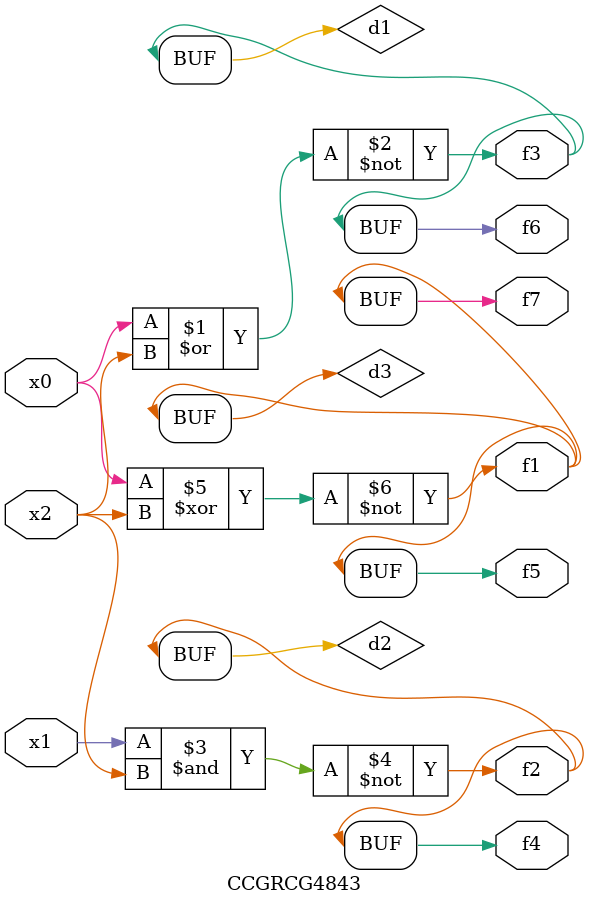
<source format=v>
module CCGRCG4843(
	input x0, x1, x2,
	output f1, f2, f3, f4, f5, f6, f7
);

	wire d1, d2, d3;

	nor (d1, x0, x2);
	nand (d2, x1, x2);
	xnor (d3, x0, x2);
	assign f1 = d3;
	assign f2 = d2;
	assign f3 = d1;
	assign f4 = d2;
	assign f5 = d3;
	assign f6 = d1;
	assign f7 = d3;
endmodule

</source>
